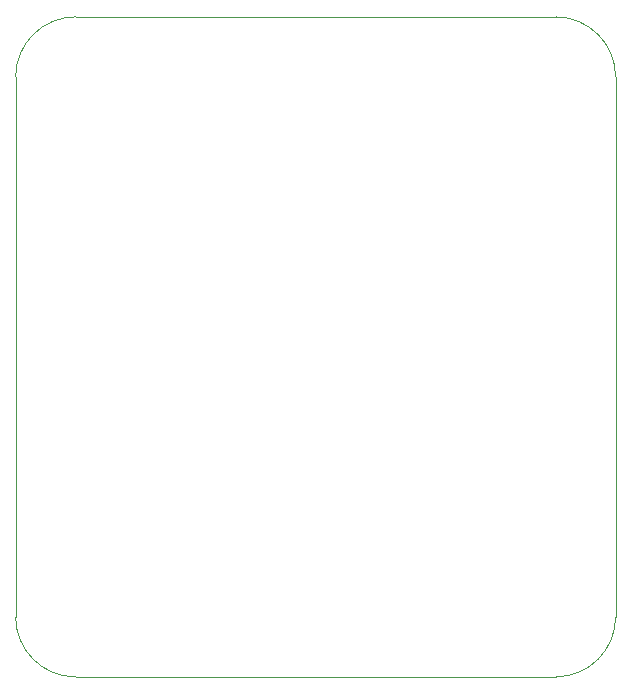
<source format=gbr>
G04 #@! TF.FileFunction,Profile,NP*
%FSLAX46Y46*%
G04 Gerber Fmt 4.6, Leading zero omitted, Abs format (unit mm)*
G04 Created by KiCad (PCBNEW 4.0.7-e2-6376~58~ubuntu16.04.1) date Sun Sep  2 10:05:10 2018*
%MOMM*%
%LPD*%
G01*
G04 APERTURE LIST*
%ADD10C,0.100000*%
G04 APERTURE END LIST*
D10*
X45885100Y-120751600D02*
G75*
G02X40805100Y-115671600I0J5080000D01*
G01*
X91605100Y-115671600D02*
G75*
G02X86525100Y-120751600I-5080000J0D01*
G01*
X86525100Y-64871600D02*
G75*
G02X91605100Y-69951600I0J-5080000D01*
G01*
X40805100Y-69951600D02*
G75*
G02X45885100Y-64871600I5080000J0D01*
G01*
X40805100Y-69951600D02*
X40805100Y-115671600D01*
X45885100Y-120751600D02*
X86525100Y-120751600D01*
X91605100Y-115671600D02*
X91605100Y-69951600D01*
X86525100Y-64871600D02*
X45885100Y-64871600D01*
M02*

</source>
